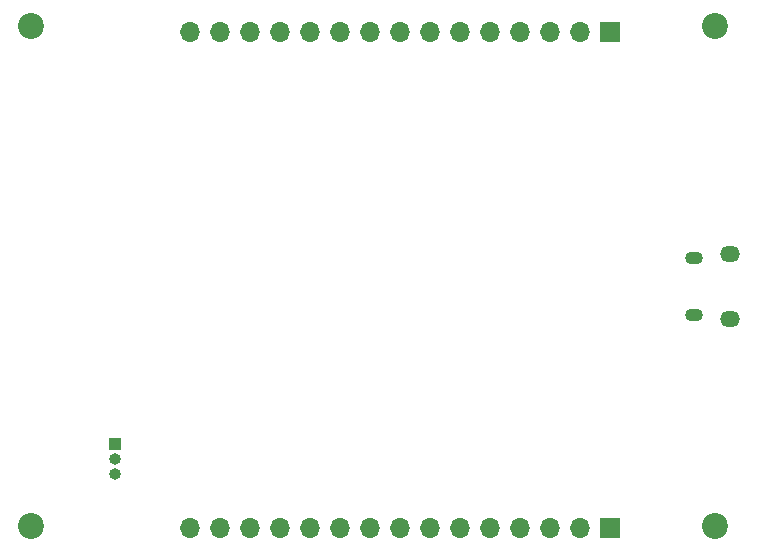
<source format=gbr>
%TF.GenerationSoftware,KiCad,Pcbnew,(6.0.6)*%
%TF.CreationDate,2022-09-06T19:45:02+05:30*%
%TF.ProjectId,rp2040-ble,72703230-3430-42d6-926c-652e6b696361,rev?*%
%TF.SameCoordinates,Original*%
%TF.FileFunction,Soldermask,Bot*%
%TF.FilePolarity,Negative*%
%FSLAX46Y46*%
G04 Gerber Fmt 4.6, Leading zero omitted, Abs format (unit mm)*
G04 Created by KiCad (PCBNEW (6.0.6)) date 2022-09-06 19:45:02*
%MOMM*%
%LPD*%
G01*
G04 APERTURE LIST*
%ADD10C,2.200000*%
%ADD11R,1.000000X1.000000*%
%ADD12O,1.000000X1.000000*%
%ADD13R,1.700000X1.700000*%
%ADD14O,1.700000X1.700000*%
%ADD15O,1.500000X1.100000*%
%ADD16O,1.700000X1.350000*%
G04 APERTURE END LIST*
D10*
%TO.C,H4*%
X93000000Y-110300000D03*
%TD*%
%TO.C,H3*%
X93000000Y-68000000D03*
%TD*%
D11*
%TO.C,J4*%
X100150000Y-103335000D03*
D12*
X100150000Y-104605000D03*
X100150000Y-105875000D03*
%TD*%
D13*
%TO.C,J1*%
X142000000Y-68500000D03*
D14*
X139460000Y-68500000D03*
X136920000Y-68500000D03*
X134380000Y-68500000D03*
X131840000Y-68500000D03*
X129300000Y-68500000D03*
X126760000Y-68500000D03*
X124220000Y-68500000D03*
X121680000Y-68500000D03*
X119140000Y-68500000D03*
X116600000Y-68500000D03*
X114060000Y-68500000D03*
X111520000Y-68500000D03*
X108980000Y-68500000D03*
X106440000Y-68500000D03*
%TD*%
D10*
%TO.C,H1*%
X150900000Y-68000000D03*
%TD*%
D13*
%TO.C,J2*%
X142000000Y-110500000D03*
D14*
X139460000Y-110500000D03*
X136920000Y-110500000D03*
X134380000Y-110500000D03*
X131840000Y-110500000D03*
X129300000Y-110500000D03*
X126760000Y-110500000D03*
X124220000Y-110500000D03*
X121680000Y-110500000D03*
X119140000Y-110500000D03*
X116600000Y-110500000D03*
X114060000Y-110500000D03*
X111520000Y-110500000D03*
X108980000Y-110500000D03*
X106440000Y-110500000D03*
%TD*%
D15*
%TO.C,J3*%
X149160000Y-92440000D03*
D16*
X152160000Y-87290000D03*
X152160000Y-92750000D03*
D15*
X149160000Y-87600000D03*
%TD*%
D10*
%TO.C,H2*%
X150900000Y-110300000D03*
%TD*%
M02*

</source>
